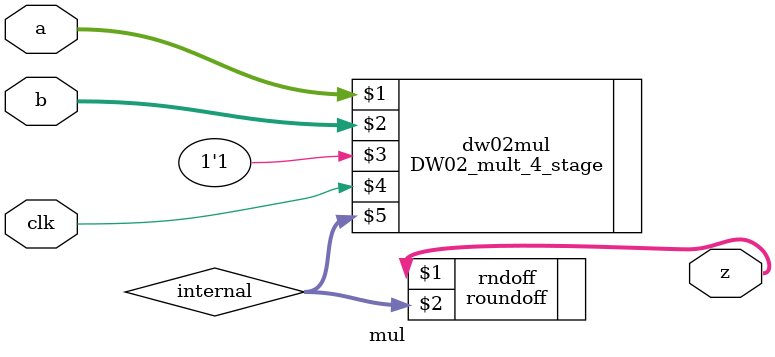
<source format=v>
module mul(z,a,b,clk);
parameter bits=30;
parameter int_bits=bits*2;
input  signed [bits-1:0] a,b;
input clk;
output signed [bits-1:0] z;
wire [int_bits-1:0] internal;
//assign internal=a*b;
DW02_mult_4_stage #(30,30) dw02mul(a,b,1'b1,clk,internal);
roundoff rndoff(z,internal);
endmodule

</source>
